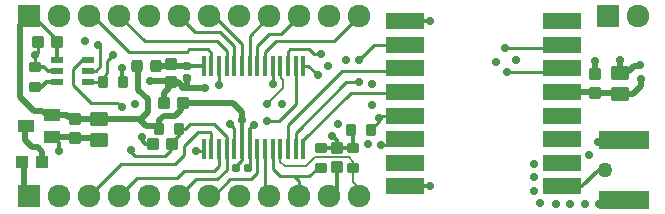
<source format=gtl>
G04 DipTrace 4.3.0.1*
G04 LoRa_4808.gtl*
%MOIN*%
G04 #@! TF.FileFunction,Copper,L1,Top*
G04 #@! TF.Part,Single*
%AMOUTLINE0*
4,1,28,
0.009647,-0.021062,
-0.009645,-0.021063,
-0.01209,-0.020742,
-0.014369,-0.019798,
-0.016326,-0.018296,
-0.017828,-0.016339,
-0.018772,-0.014061,
-0.019094,-0.011615,
-0.019095,0.011613,
-0.018773,0.014059,
-0.017829,0.016338,
-0.016328,0.018295,
-0.014371,0.019796,
-0.012092,0.02074,
-0.009647,0.021062,
0.009645,0.021063,
0.01209,0.020742,
0.014369,0.019798,
0.016326,0.018296,
0.017828,0.016339,
0.018772,0.014061,
0.019094,0.011615,
0.019095,-0.011613,
0.018773,-0.014059,
0.017829,-0.016338,
0.016328,-0.018295,
0.014371,-0.019796,
0.012092,-0.02074,
0.009647,-0.021062,
0*%
%AMOUTLINE3*
4,1,28,
-0.009647,0.021062,
0.009645,0.021063,
0.01209,0.020742,
0.014369,0.019798,
0.016326,0.018296,
0.017828,0.016339,
0.018772,0.014061,
0.019094,0.011615,
0.019095,-0.011613,
0.018773,-0.014059,
0.017829,-0.016338,
0.016328,-0.018295,
0.014371,-0.019796,
0.012092,-0.02074,
0.009647,-0.021062,
-0.009645,-0.021063,
-0.01209,-0.020742,
-0.014369,-0.019798,
-0.016326,-0.018296,
-0.017828,-0.016339,
-0.018772,-0.014061,
-0.019094,-0.011615,
-0.019095,0.011613,
-0.018773,0.014059,
-0.017829,0.016338,
-0.016328,0.018295,
-0.014371,0.019796,
-0.012092,0.02074,
-0.009647,0.021062,
0*%
%AMOUTLINE6*
4,1,28,
0.030906,0.013976,
0.030906,-0.013976,
0.03057,-0.016524,
0.029587,-0.018898,
0.028023,-0.020936,
0.025984,-0.0225,
0.02361,-0.023484,
0.021063,-0.023819,
-0.021063,-0.023819,
-0.02361,-0.023484,
-0.025984,-0.0225,
-0.028023,-0.020936,
-0.029587,-0.018898,
-0.03057,-0.016524,
-0.030906,-0.013976,
-0.030906,0.013976,
-0.03057,0.016524,
-0.029587,0.018898,
-0.028023,0.020936,
-0.025984,0.0225,
-0.02361,0.023484,
-0.021063,0.023819,
0.021063,0.023819,
0.02361,0.023484,
0.025984,0.0225,
0.028023,0.020936,
0.029587,0.018898,
0.03057,0.016524,
0.030906,0.013976,
0*%
%AMOUTLINE9*
4,1,28,
-0.030906,-0.013976,
-0.030906,0.013976,
-0.03057,0.016524,
-0.029587,0.018898,
-0.028023,0.020936,
-0.025984,0.0225,
-0.02361,0.023484,
-0.021063,0.023819,
0.021063,0.023819,
0.02361,0.023484,
0.025984,0.0225,
0.028023,0.020936,
0.029587,0.018898,
0.03057,0.016524,
0.030906,0.013976,
0.030906,-0.013976,
0.03057,-0.016524,
0.029587,-0.018898,
0.028023,-0.020936,
0.025984,-0.0225,
0.02361,-0.023484,
0.021063,-0.023819,
-0.021063,-0.023819,
-0.02361,-0.023484,
-0.025984,-0.0225,
-0.028023,-0.020936,
-0.029587,-0.018898,
-0.03057,-0.016524,
-0.030906,-0.013976,
0*%
%AMOUTLINE12*
4,1,28,
-0.021063,-0.009646,
-0.021063,0.009646,
-0.020741,0.012091,
-0.019797,0.01437,
-0.018295,0.016327,
-0.016339,0.017829,
-0.01406,0.018773,
-0.011614,0.019094,
0.011614,0.019094,
0.01406,0.018773,
0.016339,0.017829,
0.018295,0.016327,
0.019797,0.01437,
0.020741,0.012091,
0.021063,0.009646,
0.021063,-0.009646,
0.020741,-0.012091,
0.019797,-0.01437,
0.018295,-0.016327,
0.016339,-0.017829,
0.01406,-0.018773,
0.011614,-0.019094,
-0.011614,-0.019094,
-0.01406,-0.018773,
-0.016339,-0.017829,
-0.018295,-0.016327,
-0.019797,-0.01437,
-0.020741,-0.012091,
-0.021063,-0.009646,
0*%
%AMOUTLINE15*
4,1,28,
0.021063,0.009646,
0.021063,-0.009646,
0.020741,-0.012091,
0.019797,-0.01437,
0.018295,-0.016327,
0.016339,-0.017829,
0.01406,-0.018773,
0.011614,-0.019094,
-0.011614,-0.019094,
-0.01406,-0.018773,
-0.016339,-0.017829,
-0.018295,-0.016327,
-0.019797,-0.01437,
-0.020741,-0.012091,
-0.021063,-0.009646,
-0.021063,0.009646,
-0.020741,0.012091,
-0.019797,0.01437,
-0.018295,0.016327,
-0.016339,0.017829,
-0.01406,0.018773,
-0.011614,0.019094,
0.011614,0.019094,
0.01406,0.018773,
0.016339,0.017829,
0.018295,0.016327,
0.019797,0.01437,
0.020741,0.012091,
0.021063,0.009646,
0*%
%AMOUTLINE18*
4,1,28,
0.009645,-0.021063,
-0.009646,-0.021063,
-0.012092,-0.020741,
-0.014371,-0.019797,
-0.016328,-0.018295,
-0.017829,-0.016338,
-0.018773,-0.014059,
-0.019095,-0.011614,
-0.019094,0.011615,
-0.018772,0.01406,
-0.017828,0.016339,
-0.016326,0.018296,
-0.014369,0.019798,
-0.01209,0.020741,
-0.009645,0.021063,
0.009646,0.021063,
0.012092,0.020741,
0.014371,0.019797,
0.016328,0.018295,
0.017829,0.016338,
0.018773,0.014059,
0.019095,0.011614,
0.019094,-0.011615,
0.018772,-0.01406,
0.017828,-0.016339,
0.016326,-0.018296,
0.014369,-0.019798,
0.01209,-0.020741,
0.009645,-0.021063,
0*%
%AMOUTLINE21*
4,1,28,
-0.009645,0.021063,
0.009646,0.021063,
0.012092,0.020741,
0.014371,0.019797,
0.016328,0.018295,
0.017829,0.016338,
0.018773,0.014059,
0.019095,0.011614,
0.019094,-0.011615,
0.018772,-0.01406,
0.017828,-0.016339,
0.016326,-0.018296,
0.014369,-0.019798,
0.01209,-0.020741,
0.009645,-0.021063,
-0.009646,-0.021063,
-0.012092,-0.020741,
-0.014371,-0.019797,
-0.016328,-0.018295,
-0.017829,-0.016338,
-0.018773,-0.014059,
-0.019095,-0.011614,
-0.019094,0.011615,
-0.018772,0.01406,
-0.017828,0.016339,
-0.016326,0.018296,
-0.014369,0.019798,
-0.01209,0.020741,
-0.009645,0.021063,
0*%
%AMOUTLINE24*
4,1,28,
0.012402,0.006102,
0.012402,-0.006102,
0.0122,-0.007631,
0.01161,-0.009055,
0.010672,-0.010278,
0.009449,-0.011217,
0.008025,-0.011807,
0.006496,-0.012008,
-0.006496,-0.012008,
-0.008025,-0.011807,
-0.009449,-0.011217,
-0.010672,-0.010278,
-0.01161,-0.009055,
-0.0122,-0.007631,
-0.012402,-0.006102,
-0.012402,0.006102,
-0.0122,0.007631,
-0.01161,0.009055,
-0.010672,0.010278,
-0.009449,0.011217,
-0.008025,0.011807,
-0.006496,0.012008,
0.006496,0.012008,
0.008025,0.011807,
0.009449,0.011217,
0.010672,0.010278,
0.01161,0.009055,
0.0122,0.007631,
0.012402,0.006102,
0*%
%AMOUTLINE27*
4,1,28,
-0.012402,-0.006102,
-0.012402,0.006102,
-0.0122,0.007631,
-0.01161,0.009055,
-0.010672,0.010278,
-0.009449,0.011217,
-0.008025,0.011807,
-0.006496,0.012008,
0.006496,0.012008,
0.008025,0.011807,
0.009449,0.011217,
0.010672,0.010278,
0.01161,0.009055,
0.0122,0.007631,
0.012402,0.006102,
0.012402,-0.006102,
0.0122,-0.007631,
0.01161,-0.009055,
0.010672,-0.010278,
0.009449,-0.011217,
0.008025,-0.011807,
0.006496,-0.012008,
-0.006496,-0.012008,
-0.008025,-0.011807,
-0.009449,-0.011217,
-0.010672,-0.010278,
-0.01161,-0.009055,
-0.0122,-0.007631,
-0.012402,-0.006102,
0*%
%AMOUTLINE30*
4,1,28,
-0.006102,0.012402,
0.006102,0.012402,
0.007631,0.0122,
0.009055,0.01161,
0.010278,0.010672,
0.011217,0.009449,
0.011807,0.008025,
0.012008,0.006496,
0.012008,-0.006496,
0.011807,-0.008025,
0.011217,-0.009449,
0.010278,-0.010672,
0.009055,-0.01161,
0.007631,-0.0122,
0.006102,-0.012402,
-0.006102,-0.012402,
-0.007631,-0.0122,
-0.009055,-0.01161,
-0.010278,-0.010672,
-0.011217,-0.009449,
-0.011807,-0.008025,
-0.012008,-0.006496,
-0.012008,0.006496,
-0.011807,0.008025,
-0.011217,0.009449,
-0.010278,0.010672,
-0.009055,0.01161,
-0.007631,0.0122,
-0.006102,0.012402,
0*%
%AMOUTLINE33*
4,1,28,
0.006102,-0.012402,
-0.006102,-0.012402,
-0.007631,-0.0122,
-0.009055,-0.01161,
-0.010278,-0.010672,
-0.011217,-0.009449,
-0.011807,-0.008025,
-0.012008,-0.006496,
-0.012008,0.006496,
-0.011807,0.008025,
-0.011217,0.009449,
-0.010278,0.010672,
-0.009055,0.01161,
-0.007631,0.0122,
-0.006102,0.012402,
0.006102,0.012402,
0.007631,0.0122,
0.009055,0.01161,
0.010278,0.010672,
0.011217,0.009449,
0.011807,0.008025,
0.012008,0.006496,
0.012008,-0.006496,
0.011807,-0.008025,
0.011217,-0.009449,
0.010278,-0.010672,
0.009055,-0.01161,
0.007631,-0.0122,
0.006102,-0.012402,
0*%
%AMOUTLINE48*
4,1,28,
0.009252,-0.021063,
-0.009251,-0.021063,
-0.011697,-0.020741,
-0.013976,-0.019797,
-0.015933,-0.018296,
-0.017435,-0.016339,
-0.018379,-0.01406,
-0.018701,-0.011615,
-0.018701,0.011614,
-0.018379,0.014059,
-0.017435,0.016338,
-0.015934,0.018295,
-0.013977,0.019797,
-0.011698,0.020741,
-0.009252,0.021063,
0.009251,0.021063,
0.011697,0.020741,
0.013976,0.019797,
0.015933,0.018296,
0.017435,0.016339,
0.018379,0.01406,
0.018701,0.011615,
0.018701,-0.011614,
0.018379,-0.014059,
0.017435,-0.016338,
0.015934,-0.018295,
0.013977,-0.019797,
0.011698,-0.020741,
0.009252,-0.021063,
0*%
%AMOUTLINE51*
4,1,28,
-0.009252,0.021063,
0.009251,0.021063,
0.011697,0.020741,
0.013976,0.019797,
0.015933,0.018296,
0.017435,0.016339,
0.018379,0.01406,
0.018701,0.011615,
0.018701,-0.011614,
0.018379,-0.014059,
0.017435,-0.016338,
0.015934,-0.018295,
0.013977,-0.019797,
0.011698,-0.020741,
0.009252,-0.021063,
-0.009251,-0.021063,
-0.011697,-0.020741,
-0.013976,-0.019797,
-0.015933,-0.018296,
-0.017435,-0.016339,
-0.018379,-0.01406,
-0.018701,-0.011615,
-0.018701,0.011614,
-0.018379,0.014059,
-0.017435,0.016338,
-0.015934,0.018295,
-0.013977,0.019797,
-0.011698,0.020741,
-0.009252,0.021063,
0*%
%AMOUTLINE54*
4,1,28,
0.008465,-0.021063,
-0.008465,-0.021063,
-0.010604,-0.020781,
-0.012598,-0.019955,
-0.014311,-0.018641,
-0.015625,-0.016929,
-0.016451,-0.014935,
-0.016732,-0.012795,
-0.016732,0.012795,
-0.016451,0.014935,
-0.015625,0.016929,
-0.014311,0.018641,
-0.012598,0.019955,
-0.010604,0.020781,
-0.008465,0.021063,
0.008465,0.021063,
0.010604,0.020781,
0.012598,0.019955,
0.014311,0.018641,
0.015625,0.016929,
0.016451,0.014935,
0.016732,0.012795,
0.016732,-0.012795,
0.016451,-0.014935,
0.015625,-0.016929,
0.014311,-0.018641,
0.012598,-0.019955,
0.010604,-0.020781,
0.008465,-0.021063,
0*%
%AMOUTLINE57*
4,1,28,
-0.008465,0.021063,
0.008465,0.021063,
0.010604,0.020781,
0.012598,0.019955,
0.014311,0.018641,
0.015625,0.016929,
0.016451,0.014935,
0.016732,0.012795,
0.016732,-0.012795,
0.016451,-0.014935,
0.015625,-0.016929,
0.014311,-0.018641,
0.012598,-0.019955,
0.010604,-0.020781,
0.008465,-0.021063,
-0.008465,-0.021063,
-0.010604,-0.020781,
-0.012598,-0.019955,
-0.014311,-0.018641,
-0.015625,-0.016929,
-0.016451,-0.014935,
-0.016732,-0.012795,
-0.016732,0.012795,
-0.016451,0.014935,
-0.015625,0.016929,
-0.014311,0.018641,
-0.012598,0.019955,
-0.010604,0.020781,
-0.008465,0.021063,
0*%
%AMOUTLINE60*
4,1,28,
-0.021063,-0.008465,
-0.021063,0.008465,
-0.020781,0.010604,
-0.019955,0.012598,
-0.018641,0.014311,
-0.016929,0.015625,
-0.014935,0.016451,
-0.012795,0.016732,
0.012795,0.016732,
0.014935,0.016451,
0.016929,0.015625,
0.018641,0.014311,
0.019955,0.012598,
0.020781,0.010604,
0.021063,0.008465,
0.021063,-0.008465,
0.020781,-0.010604,
0.019955,-0.012598,
0.018641,-0.014311,
0.016929,-0.015625,
0.014935,-0.016451,
0.012795,-0.016732,
-0.012795,-0.016732,
-0.014935,-0.016451,
-0.016929,-0.015625,
-0.018641,-0.014311,
-0.019955,-0.012598,
-0.020781,-0.010604,
-0.021063,-0.008465,
0*%
%AMOUTLINE63*
4,1,28,
0.021063,0.008465,
0.021063,-0.008465,
0.020781,-0.010604,
0.019955,-0.012598,
0.018641,-0.014311,
0.016929,-0.015625,
0.014935,-0.016451,
0.012795,-0.016732,
-0.012795,-0.016732,
-0.014935,-0.016451,
-0.016929,-0.015625,
-0.018641,-0.014311,
-0.019955,-0.012598,
-0.020781,-0.010604,
-0.021063,-0.008465,
-0.021063,0.008465,
-0.020781,0.010604,
-0.019955,0.012598,
-0.018641,0.014311,
-0.016929,0.015625,
-0.014935,0.016451,
-0.012795,0.016732,
0.012795,0.016732,
0.014935,0.016451,
0.016929,0.015625,
0.018641,0.014311,
0.019955,0.012598,
0.020781,0.010604,
0.021063,0.008465,
0*%
G04 #@! TA.AperFunction,Conductor*
%ADD16C,0.01*%
%ADD17C,0.012992*%
%ADD18C,0.008031*%
%ADD19C,0.019685*%
%ADD20C,0.020236*%
%ADD21C,0.01063*%
%ADD25R,0.043307X0.03937*%
%ADD27R,0.129921X0.055118*%
G04 #@! TA.AperFunction,ComponentPad*
%ADD28C,0.05*%
%ADD29R,0.17X0.06*%
G04 #@! TA.AperFunction,ComponentPad*
%ADD30R,0.075591X0.075591*%
%ADD31C,0.075591*%
%ADD34R,0.055118X0.03937*%
%ADD35R,0.015748X0.070866*%
%ADD36R,0.043307X0.023622*%
G04 #@! TA.AperFunction,ViaPad*
%ADD37C,0.028622*%
%ADD68OUTLINE0*%
%ADD71OUTLINE3*%
%ADD74OUTLINE6*%
%ADD77OUTLINE9*%
%ADD80OUTLINE12*%
%ADD83OUTLINE15*%
%ADD86OUTLINE18*%
%ADD89OUTLINE21*%
%ADD92OUTLINE24*%
%ADD95OUTLINE27*%
%ADD98OUTLINE30*%
%ADD101OUTLINE33*%
%ADD116OUTLINE48*%
%ADD119OUTLINE51*%
%ADD122OUTLINE54*%
%ADD125OUTLINE57*%
%ADD128OUTLINE60*%
%ADD131OUTLINE63*%
%FSLAX26Y26*%
G04*
G70*
G90*
G75*
G01*
G04 Top*
%LPD*%
X856299Y503928D2*
D16*
Y549213D1*
X893701Y586614D1*
X1086583D1*
X1170866Y670898D1*
X830709Y503927D2*
Y570866D1*
X870079Y610236D1*
X910210D1*
X970866Y670892D1*
X805118Y503924D2*
Y605140D1*
X870866Y670890D1*
X779528Y503923D2*
Y578740D1*
X687385Y670883D1*
X670866D1*
X753937Y503921D2*
Y568898D1*
X704724Y618110D1*
X623636D1*
X570866Y670881D1*
X728346Y503919D2*
Y555118D1*
X696850Y586614D1*
X455127D1*
X370866Y670874D1*
X677165Y503916D2*
Y547244D1*
X665354Y559055D1*
X602362D1*
X594488Y551181D1*
X401575D1*
X281885Y670871D1*
X270866D1*
X1846472Y102377D2*
D17*
X1913400D1*
X1968503Y157479D1*
X1988543D1*
X830727Y228336D2*
D16*
Y147215D1*
X809496Y125984D1*
X740157D1*
X685056Y70883D1*
X670866D1*
X856318Y228337D2*
Y85437D1*
X870866Y70890D1*
X881908Y228339D2*
Y161399D1*
X905512Y137795D1*
X951962D1*
X955899Y133858D1*
X968504Y121253D1*
Y73255D1*
X970866Y70892D1*
X1043307Y165354D2*
X1031496D1*
X1003937Y137795D1*
X955899D1*
Y133858D1*
X907499Y228341D2*
D18*
Y183052D1*
X921260Y169291D1*
X992126D1*
X1021654Y198819D1*
X1135827D1*
X1149606Y185039D1*
Y165354D1*
Y116142D1*
X1161417Y104331D1*
Y80348D1*
X1170866Y70898D1*
X145671Y265751D2*
D19*
X194885D1*
X196850Y267717D1*
X220472D1*
X224409Y263780D1*
X805136Y228333D2*
D16*
Y170491D1*
X800000Y165354D1*
X161417Y486220D2*
D17*
X131890D1*
X118110Y500000D1*
X90157D1*
X88385Y501773D1*
X224409Y263780D2*
D20*
X282392D1*
X295276D1*
X303150Y255906D1*
X444882Y267717D2*
D17*
Y255906D1*
X456692Y244096D1*
X484252D1*
X805136Y228333D2*
Y293325D1*
X818898Y307087D1*
X1322835Y653543D2*
X1405512D1*
X1322850Y102362D2*
X1405512D1*
X1956693Y476378D2*
D19*
Y519685D1*
X2039370Y480315D2*
Y523622D1*
X625984Y220472D2*
D21*
X643743D1*
X651593Y228323D1*
X88385Y501773D2*
Y537203D1*
X90551Y539370D1*
X98425Y582676D2*
Y547244D1*
X90551Y539370D1*
X1094488Y167126D2*
D17*
Y94517D1*
X1070866Y70895D1*
X303150Y255906D2*
X290266D1*
X282392Y263780D1*
X543310Y448819D2*
D19*
X566929D1*
X582677Y433071D1*
X594488Y463780D2*
Y444882D1*
X582677Y433071D1*
X472441Y452756D2*
X539373D1*
X543310Y448819D1*
X519685Y381887D2*
Y413386D1*
X535433Y429134D1*
Y440942D1*
X543310Y448819D1*
X657480Y429134D2*
X586614D1*
X582677Y433071D1*
X2039370Y480315D2*
X2047244D1*
X2055118Y488189D1*
X2070866D1*
X2086614Y503937D1*
X2102362D1*
X2106299Y507874D1*
X145671Y265751D2*
D17*
X151572D1*
X169291Y248031D1*
Y220472D1*
X377953Y496063D2*
Y452756D1*
X381890Y448819D1*
X88387Y435238D2*
X112403D1*
X125984Y448819D1*
X161417D1*
X492126Y503937D2*
D19*
X535433D1*
X543307Y511811D1*
X594488Y503937D2*
D17*
X651551D1*
X651575Y503913D1*
X543307Y511811D2*
D19*
Y503937D1*
X594488D1*
X267717Y486220D2*
D16*
X285433D1*
X907480Y503932D2*
D18*
X909449D1*
Y464567D1*
X917323Y456693D1*
Y429134D1*
X864173Y375984D1*
X299213Y574803D2*
D16*
X307087Y566929D1*
Y503937D1*
X291339Y488189D1*
X269685D1*
X267717Y486220D1*
X114173Y185039D2*
D19*
Y216535D1*
X98425Y232283D1*
X78740D1*
X55118Y255906D1*
Y299213D1*
X59055Y303150D1*
X933071Y503933D2*
D16*
Y551181D1*
X940945Y559055D1*
X1003937D1*
X1019685Y543307D1*
X1043307D1*
X1661417Y484252D2*
X1791339D1*
X1795276Y488189D1*
X1838572D1*
X1846461Y496077D1*
X881890Y503929D2*
Y444882D1*
X1657480Y562992D2*
X1834633D1*
X1846459Y574818D1*
X958680Y228344D2*
Y281514D1*
X1125984Y448819D1*
X1169291D1*
Y523622D2*
X1220472Y574803D1*
X1322837D1*
X933089Y228343D2*
Y307105D1*
X1114173Y488189D1*
X1314966D1*
X1322839Y496063D1*
X1322846Y244094D2*
Y259843D1*
X702756Y503917D2*
Y440945D1*
X1244094Y240157D2*
X1271654D1*
X1291339Y259843D1*
X1322846D1*
X984270Y228346D2*
Y255924D1*
X1141732Y413386D1*
X1318904D1*
X1322841Y417323D1*
X984252Y503937D2*
X1000000D1*
X1031496Y472441D1*
X1236220Y330709D2*
Y338583D1*
X1322844D1*
X1208661Y291339D2*
X1236220Y318898D1*
Y330709D1*
X728365Y228328D2*
Y157499D1*
X696850Y125984D1*
X625970D1*
X570866Y70881D1*
X547244Y244093D2*
D17*
Y248031D1*
X570866Y271654D1*
Y295277D1*
X728365Y228328D2*
D16*
Y267698D1*
X685039Y311024D1*
X606299D1*
X590552Y295277D1*
X570866D1*
X267717Y523622D2*
X245622D1*
X216535Y494535D1*
Y440064D1*
X274710Y381890D1*
X362205D1*
X377953Y366142D1*
X409449Y224409D2*
X405512Y220472D1*
X421260Y204724D1*
X523622D1*
X543307Y224409D1*
Y240156D1*
X547244Y244093D1*
X370866Y87402D2*
Y70874D1*
X702774Y228327D2*
Y171278D1*
X685039Y153543D1*
X586614D1*
X562992Y129921D1*
X429913D1*
X370866Y70874D1*
X267717Y448819D2*
X315354D1*
X958661Y503934D2*
X960630Y501966D1*
Y377953D1*
X901575Y318898D1*
X862205D1*
X350394Y539370D2*
X330709Y519685D1*
Y480315D1*
X322835Y472441D1*
Y456299D1*
X315354Y448819D1*
X677184Y228325D2*
Y279509D1*
X673228Y283465D1*
X633858D1*
X586614Y236220D1*
Y206252D1*
X557528Y177165D1*
X377160D1*
X270866Y70871D1*
X740157Y311024D2*
X753955Y297226D1*
Y228331D1*
X70866Y70866D2*
D19*
X51181D1*
Y185039D1*
X47244D1*
X145668Y340554D2*
X194879D1*
X200787Y334646D1*
X216535D1*
X224409Y326772D1*
X303150D2*
X224409D1*
X1142126Y291339D2*
D17*
X1141732D1*
X1135827Y285433D1*
X1149606Y271654D1*
Y231890D1*
X1086799D1*
X1043307D1*
X504331Y295274D2*
D19*
Y303150D1*
X460630D1*
X439524Y324256D1*
X437008Y326772D1*
X303150D1*
X504331Y295274D2*
D17*
X511810D1*
X759843Y165354D2*
D16*
Y169291D1*
X779546Y188995D1*
Y228332D1*
X145668Y340554D2*
D19*
X127950D1*
X114173Y354331D1*
X86614D1*
X39370Y401575D1*
Y639369D1*
X70866Y670866D1*
X161417Y523622D2*
D17*
Y582678D1*
X70866Y670866D2*
X81102D1*
X161417Y590551D1*
Y582678D1*
X1846463Y417337D2*
D19*
X1952741D1*
X1956693Y413386D1*
X2039370D1*
Y409449D1*
X1094488Y230118D2*
D17*
Y255906D1*
X1078740Y271654D1*
X2110236Y460630D2*
D19*
Y437008D1*
X2082677Y409449D1*
X2039370D1*
X1094488Y230118D2*
D17*
X1088571D1*
X1086799Y231890D1*
X779546Y228332D2*
Y322816D1*
X504331Y295274D2*
D3*
D19*
Y323228D1*
X519685Y338583D1*
X555118D1*
X574803Y358268D1*
Y374016D1*
X582677Y381890D1*
X748031D1*
X779546Y350375D1*
Y322816D1*
X427953Y503934D2*
X433071Y498816D1*
Y425197D1*
X464567Y393701D1*
Y349299D1*
X439524Y324256D1*
D37*
X864173Y375984D3*
X299213Y574803D3*
X1043307Y543307D3*
X1661417Y484252D3*
X881890Y444882D3*
X1657480Y562992D3*
X1169291Y448819D3*
Y523622D3*
X702756Y440945D3*
X1244094Y240157D3*
X1031496Y472441D3*
X1236220Y330709D3*
D3*
X377953Y366142D3*
X409449Y224409D3*
X862205Y318898D3*
X350394Y539370D3*
X740157Y311024D3*
X1078740Y271654D3*
X2110236Y460630D3*
X779546Y322816D3*
D3*
X1078740Y271654D3*
X582677Y433071D3*
X421260Y377953D3*
X1937008Y208661D3*
X444882Y267717D3*
X818898Y307087D3*
X1405512Y653543D3*
Y102362D3*
X1956693Y519685D3*
X2039370Y523622D3*
X625984Y220472D3*
X90551Y539370D3*
X1098425Y311024D3*
X1212598Y444882D3*
X1066929Y503937D3*
X1125984Y523622D3*
X657480Y429134D3*
X913386Y377953D3*
X2106299Y507874D3*
X1692913Y523622D3*
X1212598Y374016D3*
X255906Y586614D3*
X377953Y496063D3*
X472441Y452756D3*
X1751969Y177165D3*
Y133858D3*
Y86614D3*
X1771654Y47244D3*
X1826772Y43307D3*
X1921260D3*
X1968504D3*
X1795276Y181102D3*
X1846457D3*
X2118110Y248031D3*
X2062992Y251969D3*
X2011811D3*
X1893701Y181102D3*
X1964567Y251969D3*
X2011811Y43307D3*
X2062992D3*
X2122047D3*
X1874016D3*
X1200787Y244094D3*
X1625984Y515748D3*
X169291Y220472D3*
D68*
X582677Y381890D3*
D71*
X519685Y381887D3*
D74*
X303150Y326772D3*
D77*
Y255906D3*
D80*
X1956693Y413386D3*
D83*
Y476378D3*
D77*
X2039370Y409449D3*
D74*
Y480315D3*
D86*
X547244Y244093D3*
D89*
X484252Y244096D3*
D68*
X161417Y582678D3*
D71*
X98425Y582676D3*
D83*
X224409Y326772D3*
D80*
Y263780D3*
D92*
X594488Y503937D3*
D95*
Y463780D3*
D83*
X543308Y511811D3*
D80*
X543309Y448819D3*
D98*
X759843Y165354D3*
D101*
X800000D3*
D83*
X1094488Y230118D3*
D80*
Y167126D3*
D25*
X47244Y185039D3*
X114173D3*
D27*
X1322834Y653543D3*
X1322837Y574803D3*
X1322839Y496062D3*
X1322841Y417322D3*
X1322844Y338582D3*
X1322846Y259842D3*
X1322848Y181102D3*
X1322851Y102362D3*
X1846473Y102377D3*
X1846470Y181117D3*
X1846468Y259857D3*
X1846466Y338598D3*
X1846463Y417338D3*
X1846461Y496078D3*
X1846459Y574818D3*
X1846456Y653558D3*
D28*
X1988543Y157479D3*
D29*
X2052740Y57480D3*
X2052735Y257480D3*
D30*
X70866Y70866D3*
D31*
X170866Y70869D3*
X270866Y70872D3*
X370866Y70875D3*
X470866Y70877D3*
X570866Y70880D3*
X670866Y70883D3*
X770866Y70886D3*
X870866Y70889D3*
X970866Y70892D3*
X1070866Y70895D3*
X1170866Y70898D3*
D30*
X70866Y670866D3*
D31*
X170866Y670869D3*
X270866Y670872D3*
X370866Y670875D3*
X470866Y670877D3*
X570866Y670880D3*
X670866Y670883D3*
X770866Y670886D3*
X870866Y670889D3*
X970866Y670892D3*
X1070866Y670895D3*
X1170866Y670898D3*
D30*
X2000000Y670866D3*
D31*
X2100000D3*
D116*
X492126Y503936D3*
D119*
X427953Y503935D3*
D34*
X59055Y303149D3*
X145668Y340554D3*
X145671Y265751D3*
D122*
X1208661Y291339D3*
D125*
X1142126D3*
D128*
X1149606Y165354D3*
D131*
Y231890D3*
D128*
X1043307Y165354D3*
D131*
Y231890D3*
D122*
X570866Y295276D3*
D125*
X504331Y295275D3*
D122*
X381890Y448819D3*
D125*
X315354D3*
D131*
X88384Y501773D3*
D128*
X88388Y435238D3*
D35*
X984252Y503937D3*
X958661Y503935D3*
X933070Y503933D3*
X907480Y503931D3*
X881889Y503930D3*
X856299Y503928D3*
X830708Y503926D3*
X805118Y503924D3*
X779527Y503923D3*
X753937Y503921D3*
X728346Y503919D3*
X702755Y503917D3*
X677165Y503915D3*
X651574Y503914D3*
X651594Y228323D3*
X677184Y228325D3*
X702775Y228327D3*
X728365Y228328D3*
X753956Y228330D3*
X779546Y228332D3*
X805137Y228334D3*
X830727Y228336D3*
X856318Y228337D3*
X881909Y228339D3*
X907499Y228341D3*
X933090Y228343D3*
X958680Y228344D3*
X984271Y228346D3*
D36*
X161417Y523622D3*
Y486220D3*
Y448819D3*
X267717D3*
Y486220D3*
Y523622D3*
M02*

</source>
